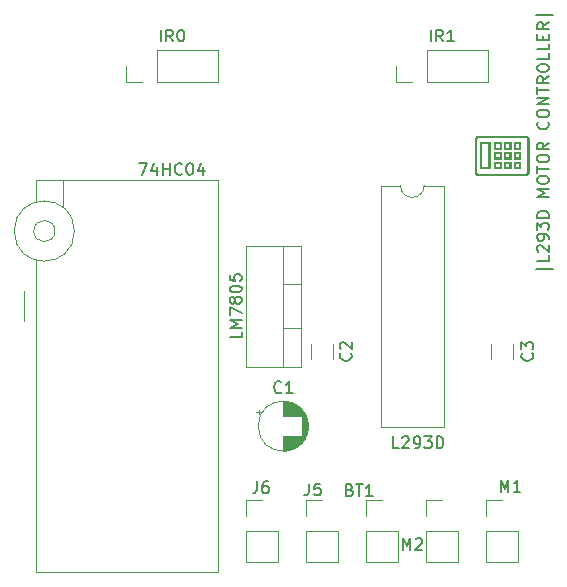
<source format=gto>
G04 #@! TF.GenerationSoftware,KiCad,Pcbnew,7.0.7*
G04 #@! TF.CreationDate,2023-08-28T09:14:14+02:00*
G04 #@! TF.ProjectId,l293d-motor-controller,6c323933-642d-46d6-9f74-6f722d636f6e,rev?*
G04 #@! TF.SameCoordinates,Original*
G04 #@! TF.FileFunction,Legend,Top*
G04 #@! TF.FilePolarity,Positive*
%FSLAX46Y46*%
G04 Gerber Fmt 4.6, Leading zero omitted, Abs format (unit mm)*
G04 Created by KiCad (PCBNEW 7.0.7) date 2023-08-28 09:14:14*
%MOMM*%
%LPD*%
G01*
G04 APERTURE LIST*
%ADD10C,0.150000*%
%ADD11C,0.120000*%
%ADD12R,1.700000X1.700000*%
%ADD13O,1.700000X1.700000*%
%ADD14R,1.600000X1.600000*%
%ADD15O,1.600000X1.600000*%
%ADD16R,2.000000X1.905000*%
%ADD17O,2.000000X1.905000*%
%ADD18R,2.000000X1.440000*%
%ADD19O,2.000000X1.440000*%
%ADD20C,1.600000*%
%ADD21R,1.200000X1.200000*%
%ADD22C,1.200000*%
G04 APERTURE END LIST*
D10*
X138903152Y-118805125D02*
X137474580Y-118805125D01*
X138569819Y-117614649D02*
X138569819Y-118090839D01*
X138569819Y-118090839D02*
X137569819Y-118090839D01*
X137665057Y-117328934D02*
X137617438Y-117281315D01*
X137617438Y-117281315D02*
X137569819Y-117186077D01*
X137569819Y-117186077D02*
X137569819Y-116947982D01*
X137569819Y-116947982D02*
X137617438Y-116852744D01*
X137617438Y-116852744D02*
X137665057Y-116805125D01*
X137665057Y-116805125D02*
X137760295Y-116757506D01*
X137760295Y-116757506D02*
X137855533Y-116757506D01*
X137855533Y-116757506D02*
X137998390Y-116805125D01*
X137998390Y-116805125D02*
X138569819Y-117376553D01*
X138569819Y-117376553D02*
X138569819Y-116757506D01*
X138569819Y-116281315D02*
X138569819Y-116090839D01*
X138569819Y-116090839D02*
X138522200Y-115995601D01*
X138522200Y-115995601D02*
X138474580Y-115947982D01*
X138474580Y-115947982D02*
X138331723Y-115852744D01*
X138331723Y-115852744D02*
X138141247Y-115805125D01*
X138141247Y-115805125D02*
X137760295Y-115805125D01*
X137760295Y-115805125D02*
X137665057Y-115852744D01*
X137665057Y-115852744D02*
X137617438Y-115900363D01*
X137617438Y-115900363D02*
X137569819Y-115995601D01*
X137569819Y-115995601D02*
X137569819Y-116186077D01*
X137569819Y-116186077D02*
X137617438Y-116281315D01*
X137617438Y-116281315D02*
X137665057Y-116328934D01*
X137665057Y-116328934D02*
X137760295Y-116376553D01*
X137760295Y-116376553D02*
X137998390Y-116376553D01*
X137998390Y-116376553D02*
X138093628Y-116328934D01*
X138093628Y-116328934D02*
X138141247Y-116281315D01*
X138141247Y-116281315D02*
X138188866Y-116186077D01*
X138188866Y-116186077D02*
X138188866Y-115995601D01*
X138188866Y-115995601D02*
X138141247Y-115900363D01*
X138141247Y-115900363D02*
X138093628Y-115852744D01*
X138093628Y-115852744D02*
X137998390Y-115805125D01*
X137569819Y-115471791D02*
X137569819Y-114852744D01*
X137569819Y-114852744D02*
X137950771Y-115186077D01*
X137950771Y-115186077D02*
X137950771Y-115043220D01*
X137950771Y-115043220D02*
X137998390Y-114947982D01*
X137998390Y-114947982D02*
X138046009Y-114900363D01*
X138046009Y-114900363D02*
X138141247Y-114852744D01*
X138141247Y-114852744D02*
X138379342Y-114852744D01*
X138379342Y-114852744D02*
X138474580Y-114900363D01*
X138474580Y-114900363D02*
X138522200Y-114947982D01*
X138522200Y-114947982D02*
X138569819Y-115043220D01*
X138569819Y-115043220D02*
X138569819Y-115328934D01*
X138569819Y-115328934D02*
X138522200Y-115424172D01*
X138522200Y-115424172D02*
X138474580Y-115471791D01*
X138569819Y-114424172D02*
X137569819Y-114424172D01*
X137569819Y-114424172D02*
X137569819Y-114186077D01*
X137569819Y-114186077D02*
X137617438Y-114043220D01*
X137617438Y-114043220D02*
X137712676Y-113947982D01*
X137712676Y-113947982D02*
X137807914Y-113900363D01*
X137807914Y-113900363D02*
X137998390Y-113852744D01*
X137998390Y-113852744D02*
X138141247Y-113852744D01*
X138141247Y-113852744D02*
X138331723Y-113900363D01*
X138331723Y-113900363D02*
X138426961Y-113947982D01*
X138426961Y-113947982D02*
X138522200Y-114043220D01*
X138522200Y-114043220D02*
X138569819Y-114186077D01*
X138569819Y-114186077D02*
X138569819Y-114424172D01*
X138569819Y-112662267D02*
X137569819Y-112662267D01*
X137569819Y-112662267D02*
X138284104Y-112328934D01*
X138284104Y-112328934D02*
X137569819Y-111995601D01*
X137569819Y-111995601D02*
X138569819Y-111995601D01*
X137569819Y-111328934D02*
X137569819Y-111138458D01*
X137569819Y-111138458D02*
X137617438Y-111043220D01*
X137617438Y-111043220D02*
X137712676Y-110947982D01*
X137712676Y-110947982D02*
X137903152Y-110900363D01*
X137903152Y-110900363D02*
X138236485Y-110900363D01*
X138236485Y-110900363D02*
X138426961Y-110947982D01*
X138426961Y-110947982D02*
X138522200Y-111043220D01*
X138522200Y-111043220D02*
X138569819Y-111138458D01*
X138569819Y-111138458D02*
X138569819Y-111328934D01*
X138569819Y-111328934D02*
X138522200Y-111424172D01*
X138522200Y-111424172D02*
X138426961Y-111519410D01*
X138426961Y-111519410D02*
X138236485Y-111567029D01*
X138236485Y-111567029D02*
X137903152Y-111567029D01*
X137903152Y-111567029D02*
X137712676Y-111519410D01*
X137712676Y-111519410D02*
X137617438Y-111424172D01*
X137617438Y-111424172D02*
X137569819Y-111328934D01*
X137569819Y-110614648D02*
X137569819Y-110043220D01*
X138569819Y-110328934D02*
X137569819Y-110328934D01*
X137569819Y-109519410D02*
X137569819Y-109328934D01*
X137569819Y-109328934D02*
X137617438Y-109233696D01*
X137617438Y-109233696D02*
X137712676Y-109138458D01*
X137712676Y-109138458D02*
X137903152Y-109090839D01*
X137903152Y-109090839D02*
X138236485Y-109090839D01*
X138236485Y-109090839D02*
X138426961Y-109138458D01*
X138426961Y-109138458D02*
X138522200Y-109233696D01*
X138522200Y-109233696D02*
X138569819Y-109328934D01*
X138569819Y-109328934D02*
X138569819Y-109519410D01*
X138569819Y-109519410D02*
X138522200Y-109614648D01*
X138522200Y-109614648D02*
X138426961Y-109709886D01*
X138426961Y-109709886D02*
X138236485Y-109757505D01*
X138236485Y-109757505D02*
X137903152Y-109757505D01*
X137903152Y-109757505D02*
X137712676Y-109709886D01*
X137712676Y-109709886D02*
X137617438Y-109614648D01*
X137617438Y-109614648D02*
X137569819Y-109519410D01*
X138569819Y-108090839D02*
X138093628Y-108424172D01*
X138569819Y-108662267D02*
X137569819Y-108662267D01*
X137569819Y-108662267D02*
X137569819Y-108281315D01*
X137569819Y-108281315D02*
X137617438Y-108186077D01*
X137617438Y-108186077D02*
X137665057Y-108138458D01*
X137665057Y-108138458D02*
X137760295Y-108090839D01*
X137760295Y-108090839D02*
X137903152Y-108090839D01*
X137903152Y-108090839D02*
X137998390Y-108138458D01*
X137998390Y-108138458D02*
X138046009Y-108186077D01*
X138046009Y-108186077D02*
X138093628Y-108281315D01*
X138093628Y-108281315D02*
X138093628Y-108662267D01*
X138474580Y-106328934D02*
X138522200Y-106376553D01*
X138522200Y-106376553D02*
X138569819Y-106519410D01*
X138569819Y-106519410D02*
X138569819Y-106614648D01*
X138569819Y-106614648D02*
X138522200Y-106757505D01*
X138522200Y-106757505D02*
X138426961Y-106852743D01*
X138426961Y-106852743D02*
X138331723Y-106900362D01*
X138331723Y-106900362D02*
X138141247Y-106947981D01*
X138141247Y-106947981D02*
X137998390Y-106947981D01*
X137998390Y-106947981D02*
X137807914Y-106900362D01*
X137807914Y-106900362D02*
X137712676Y-106852743D01*
X137712676Y-106852743D02*
X137617438Y-106757505D01*
X137617438Y-106757505D02*
X137569819Y-106614648D01*
X137569819Y-106614648D02*
X137569819Y-106519410D01*
X137569819Y-106519410D02*
X137617438Y-106376553D01*
X137617438Y-106376553D02*
X137665057Y-106328934D01*
X137569819Y-105709886D02*
X137569819Y-105519410D01*
X137569819Y-105519410D02*
X137617438Y-105424172D01*
X137617438Y-105424172D02*
X137712676Y-105328934D01*
X137712676Y-105328934D02*
X137903152Y-105281315D01*
X137903152Y-105281315D02*
X138236485Y-105281315D01*
X138236485Y-105281315D02*
X138426961Y-105328934D01*
X138426961Y-105328934D02*
X138522200Y-105424172D01*
X138522200Y-105424172D02*
X138569819Y-105519410D01*
X138569819Y-105519410D02*
X138569819Y-105709886D01*
X138569819Y-105709886D02*
X138522200Y-105805124D01*
X138522200Y-105805124D02*
X138426961Y-105900362D01*
X138426961Y-105900362D02*
X138236485Y-105947981D01*
X138236485Y-105947981D02*
X137903152Y-105947981D01*
X137903152Y-105947981D02*
X137712676Y-105900362D01*
X137712676Y-105900362D02*
X137617438Y-105805124D01*
X137617438Y-105805124D02*
X137569819Y-105709886D01*
X138569819Y-104852743D02*
X137569819Y-104852743D01*
X137569819Y-104852743D02*
X138569819Y-104281315D01*
X138569819Y-104281315D02*
X137569819Y-104281315D01*
X137569819Y-103947981D02*
X137569819Y-103376553D01*
X138569819Y-103662267D02*
X137569819Y-103662267D01*
X138569819Y-102471791D02*
X138093628Y-102805124D01*
X138569819Y-103043219D02*
X137569819Y-103043219D01*
X137569819Y-103043219D02*
X137569819Y-102662267D01*
X137569819Y-102662267D02*
X137617438Y-102567029D01*
X137617438Y-102567029D02*
X137665057Y-102519410D01*
X137665057Y-102519410D02*
X137760295Y-102471791D01*
X137760295Y-102471791D02*
X137903152Y-102471791D01*
X137903152Y-102471791D02*
X137998390Y-102519410D01*
X137998390Y-102519410D02*
X138046009Y-102567029D01*
X138046009Y-102567029D02*
X138093628Y-102662267D01*
X138093628Y-102662267D02*
X138093628Y-103043219D01*
X137569819Y-101852743D02*
X137569819Y-101662267D01*
X137569819Y-101662267D02*
X137617438Y-101567029D01*
X137617438Y-101567029D02*
X137712676Y-101471791D01*
X137712676Y-101471791D02*
X137903152Y-101424172D01*
X137903152Y-101424172D02*
X138236485Y-101424172D01*
X138236485Y-101424172D02*
X138426961Y-101471791D01*
X138426961Y-101471791D02*
X138522200Y-101567029D01*
X138522200Y-101567029D02*
X138569819Y-101662267D01*
X138569819Y-101662267D02*
X138569819Y-101852743D01*
X138569819Y-101852743D02*
X138522200Y-101947981D01*
X138522200Y-101947981D02*
X138426961Y-102043219D01*
X138426961Y-102043219D02*
X138236485Y-102090838D01*
X138236485Y-102090838D02*
X137903152Y-102090838D01*
X137903152Y-102090838D02*
X137712676Y-102043219D01*
X137712676Y-102043219D02*
X137617438Y-101947981D01*
X137617438Y-101947981D02*
X137569819Y-101852743D01*
X138569819Y-100519410D02*
X138569819Y-100995600D01*
X138569819Y-100995600D02*
X137569819Y-100995600D01*
X138569819Y-99709886D02*
X138569819Y-100186076D01*
X138569819Y-100186076D02*
X137569819Y-100186076D01*
X138046009Y-99376552D02*
X138046009Y-99043219D01*
X138569819Y-98900362D02*
X138569819Y-99376552D01*
X138569819Y-99376552D02*
X137569819Y-99376552D01*
X137569819Y-99376552D02*
X137569819Y-98900362D01*
X138569819Y-97900362D02*
X138093628Y-98233695D01*
X138569819Y-98471790D02*
X137569819Y-98471790D01*
X137569819Y-98471790D02*
X137569819Y-98090838D01*
X137569819Y-98090838D02*
X137617438Y-97995600D01*
X137617438Y-97995600D02*
X137665057Y-97947981D01*
X137665057Y-97947981D02*
X137760295Y-97900362D01*
X137760295Y-97900362D02*
X137903152Y-97900362D01*
X137903152Y-97900362D02*
X137998390Y-97947981D01*
X137998390Y-97947981D02*
X138046009Y-97995600D01*
X138046009Y-97995600D02*
X138093628Y-98090838D01*
X138093628Y-98090838D02*
X138093628Y-98471790D01*
X138903152Y-97233695D02*
X137474580Y-97233695D01*
X128563810Y-99514819D02*
X128563810Y-98514819D01*
X129611428Y-99514819D02*
X129278095Y-99038628D01*
X129040000Y-99514819D02*
X129040000Y-98514819D01*
X129040000Y-98514819D02*
X129420952Y-98514819D01*
X129420952Y-98514819D02*
X129516190Y-98562438D01*
X129516190Y-98562438D02*
X129563809Y-98610057D01*
X129563809Y-98610057D02*
X129611428Y-98705295D01*
X129611428Y-98705295D02*
X129611428Y-98848152D01*
X129611428Y-98848152D02*
X129563809Y-98943390D01*
X129563809Y-98943390D02*
X129516190Y-98991009D01*
X129516190Y-98991009D02*
X129420952Y-99038628D01*
X129420952Y-99038628D02*
X129040000Y-99038628D01*
X130563809Y-99514819D02*
X129992381Y-99514819D01*
X130278095Y-99514819D02*
X130278095Y-98514819D01*
X130278095Y-98514819D02*
X130182857Y-98657676D01*
X130182857Y-98657676D02*
X130087619Y-98752914D01*
X130087619Y-98752914D02*
X129992381Y-98800533D01*
X125880952Y-133954819D02*
X125404762Y-133954819D01*
X125404762Y-133954819D02*
X125404762Y-132954819D01*
X126166667Y-133050057D02*
X126214286Y-133002438D01*
X126214286Y-133002438D02*
X126309524Y-132954819D01*
X126309524Y-132954819D02*
X126547619Y-132954819D01*
X126547619Y-132954819D02*
X126642857Y-133002438D01*
X126642857Y-133002438D02*
X126690476Y-133050057D01*
X126690476Y-133050057D02*
X126738095Y-133145295D01*
X126738095Y-133145295D02*
X126738095Y-133240533D01*
X126738095Y-133240533D02*
X126690476Y-133383390D01*
X126690476Y-133383390D02*
X126119048Y-133954819D01*
X126119048Y-133954819D02*
X126738095Y-133954819D01*
X127214286Y-133954819D02*
X127404762Y-133954819D01*
X127404762Y-133954819D02*
X127500000Y-133907200D01*
X127500000Y-133907200D02*
X127547619Y-133859580D01*
X127547619Y-133859580D02*
X127642857Y-133716723D01*
X127642857Y-133716723D02*
X127690476Y-133526247D01*
X127690476Y-133526247D02*
X127690476Y-133145295D01*
X127690476Y-133145295D02*
X127642857Y-133050057D01*
X127642857Y-133050057D02*
X127595238Y-133002438D01*
X127595238Y-133002438D02*
X127500000Y-132954819D01*
X127500000Y-132954819D02*
X127309524Y-132954819D01*
X127309524Y-132954819D02*
X127214286Y-133002438D01*
X127214286Y-133002438D02*
X127166667Y-133050057D01*
X127166667Y-133050057D02*
X127119048Y-133145295D01*
X127119048Y-133145295D02*
X127119048Y-133383390D01*
X127119048Y-133383390D02*
X127166667Y-133478628D01*
X127166667Y-133478628D02*
X127214286Y-133526247D01*
X127214286Y-133526247D02*
X127309524Y-133573866D01*
X127309524Y-133573866D02*
X127500000Y-133573866D01*
X127500000Y-133573866D02*
X127595238Y-133526247D01*
X127595238Y-133526247D02*
X127642857Y-133478628D01*
X127642857Y-133478628D02*
X127690476Y-133383390D01*
X128023810Y-132954819D02*
X128642857Y-132954819D01*
X128642857Y-132954819D02*
X128309524Y-133335771D01*
X128309524Y-133335771D02*
X128452381Y-133335771D01*
X128452381Y-133335771D02*
X128547619Y-133383390D01*
X128547619Y-133383390D02*
X128595238Y-133431009D01*
X128595238Y-133431009D02*
X128642857Y-133526247D01*
X128642857Y-133526247D02*
X128642857Y-133764342D01*
X128642857Y-133764342D02*
X128595238Y-133859580D01*
X128595238Y-133859580D02*
X128547619Y-133907200D01*
X128547619Y-133907200D02*
X128452381Y-133954819D01*
X128452381Y-133954819D02*
X128166667Y-133954819D01*
X128166667Y-133954819D02*
X128071429Y-133907200D01*
X128071429Y-133907200D02*
X128023810Y-133859580D01*
X129071429Y-133954819D02*
X129071429Y-132954819D01*
X129071429Y-132954819D02*
X129309524Y-132954819D01*
X129309524Y-132954819D02*
X129452381Y-133002438D01*
X129452381Y-133002438D02*
X129547619Y-133097676D01*
X129547619Y-133097676D02*
X129595238Y-133192914D01*
X129595238Y-133192914D02*
X129642857Y-133383390D01*
X129642857Y-133383390D02*
X129642857Y-133526247D01*
X129642857Y-133526247D02*
X129595238Y-133716723D01*
X129595238Y-133716723D02*
X129547619Y-133811961D01*
X129547619Y-133811961D02*
X129452381Y-133907200D01*
X129452381Y-133907200D02*
X129309524Y-133954819D01*
X129309524Y-133954819D02*
X129071429Y-133954819D01*
X126190476Y-142554819D02*
X126190476Y-141554819D01*
X126190476Y-141554819D02*
X126523809Y-142269104D01*
X126523809Y-142269104D02*
X126857142Y-141554819D01*
X126857142Y-141554819D02*
X126857142Y-142554819D01*
X127285714Y-141650057D02*
X127333333Y-141602438D01*
X127333333Y-141602438D02*
X127428571Y-141554819D01*
X127428571Y-141554819D02*
X127666666Y-141554819D01*
X127666666Y-141554819D02*
X127761904Y-141602438D01*
X127761904Y-141602438D02*
X127809523Y-141650057D01*
X127809523Y-141650057D02*
X127857142Y-141745295D01*
X127857142Y-141745295D02*
X127857142Y-141840533D01*
X127857142Y-141840533D02*
X127809523Y-141983390D01*
X127809523Y-141983390D02*
X127238095Y-142554819D01*
X127238095Y-142554819D02*
X127857142Y-142554819D01*
X121714285Y-137501009D02*
X121857142Y-137548628D01*
X121857142Y-137548628D02*
X121904761Y-137596247D01*
X121904761Y-137596247D02*
X121952380Y-137691485D01*
X121952380Y-137691485D02*
X121952380Y-137834342D01*
X121952380Y-137834342D02*
X121904761Y-137929580D01*
X121904761Y-137929580D02*
X121857142Y-137977200D01*
X121857142Y-137977200D02*
X121761904Y-138024819D01*
X121761904Y-138024819D02*
X121380952Y-138024819D01*
X121380952Y-138024819D02*
X121380952Y-137024819D01*
X121380952Y-137024819D02*
X121714285Y-137024819D01*
X121714285Y-137024819D02*
X121809523Y-137072438D01*
X121809523Y-137072438D02*
X121857142Y-137120057D01*
X121857142Y-137120057D02*
X121904761Y-137215295D01*
X121904761Y-137215295D02*
X121904761Y-137310533D01*
X121904761Y-137310533D02*
X121857142Y-137405771D01*
X121857142Y-137405771D02*
X121809523Y-137453390D01*
X121809523Y-137453390D02*
X121714285Y-137501009D01*
X121714285Y-137501009D02*
X121380952Y-137501009D01*
X122238095Y-137024819D02*
X122809523Y-137024819D01*
X122523809Y-138024819D02*
X122523809Y-137024819D01*
X123666666Y-138024819D02*
X123095238Y-138024819D01*
X123380952Y-138024819D02*
X123380952Y-137024819D01*
X123380952Y-137024819D02*
X123285714Y-137167676D01*
X123285714Y-137167676D02*
X123190476Y-137262914D01*
X123190476Y-137262914D02*
X123095238Y-137310533D01*
X134490476Y-137654819D02*
X134490476Y-136654819D01*
X134490476Y-136654819D02*
X134823809Y-137369104D01*
X134823809Y-137369104D02*
X135157142Y-136654819D01*
X135157142Y-136654819D02*
X135157142Y-137654819D01*
X136157142Y-137654819D02*
X135585714Y-137654819D01*
X135871428Y-137654819D02*
X135871428Y-136654819D01*
X135871428Y-136654819D02*
X135776190Y-136797676D01*
X135776190Y-136797676D02*
X135680952Y-136892914D01*
X135680952Y-136892914D02*
X135585714Y-136940533D01*
X112554819Y-124086666D02*
X112554819Y-124562856D01*
X112554819Y-124562856D02*
X111554819Y-124562856D01*
X112554819Y-123753332D02*
X111554819Y-123753332D01*
X111554819Y-123753332D02*
X112269104Y-123419999D01*
X112269104Y-123419999D02*
X111554819Y-123086666D01*
X111554819Y-123086666D02*
X112554819Y-123086666D01*
X111554819Y-122705713D02*
X111554819Y-122039047D01*
X111554819Y-122039047D02*
X112554819Y-122467618D01*
X111983390Y-121515237D02*
X111935771Y-121610475D01*
X111935771Y-121610475D02*
X111888152Y-121658094D01*
X111888152Y-121658094D02*
X111792914Y-121705713D01*
X111792914Y-121705713D02*
X111745295Y-121705713D01*
X111745295Y-121705713D02*
X111650057Y-121658094D01*
X111650057Y-121658094D02*
X111602438Y-121610475D01*
X111602438Y-121610475D02*
X111554819Y-121515237D01*
X111554819Y-121515237D02*
X111554819Y-121324761D01*
X111554819Y-121324761D02*
X111602438Y-121229523D01*
X111602438Y-121229523D02*
X111650057Y-121181904D01*
X111650057Y-121181904D02*
X111745295Y-121134285D01*
X111745295Y-121134285D02*
X111792914Y-121134285D01*
X111792914Y-121134285D02*
X111888152Y-121181904D01*
X111888152Y-121181904D02*
X111935771Y-121229523D01*
X111935771Y-121229523D02*
X111983390Y-121324761D01*
X111983390Y-121324761D02*
X111983390Y-121515237D01*
X111983390Y-121515237D02*
X112031009Y-121610475D01*
X112031009Y-121610475D02*
X112078628Y-121658094D01*
X112078628Y-121658094D02*
X112173866Y-121705713D01*
X112173866Y-121705713D02*
X112364342Y-121705713D01*
X112364342Y-121705713D02*
X112459580Y-121658094D01*
X112459580Y-121658094D02*
X112507200Y-121610475D01*
X112507200Y-121610475D02*
X112554819Y-121515237D01*
X112554819Y-121515237D02*
X112554819Y-121324761D01*
X112554819Y-121324761D02*
X112507200Y-121229523D01*
X112507200Y-121229523D02*
X112459580Y-121181904D01*
X112459580Y-121181904D02*
X112364342Y-121134285D01*
X112364342Y-121134285D02*
X112173866Y-121134285D01*
X112173866Y-121134285D02*
X112078628Y-121181904D01*
X112078628Y-121181904D02*
X112031009Y-121229523D01*
X112031009Y-121229523D02*
X111983390Y-121324761D01*
X111554819Y-120515237D02*
X111554819Y-120419999D01*
X111554819Y-120419999D02*
X111602438Y-120324761D01*
X111602438Y-120324761D02*
X111650057Y-120277142D01*
X111650057Y-120277142D02*
X111745295Y-120229523D01*
X111745295Y-120229523D02*
X111935771Y-120181904D01*
X111935771Y-120181904D02*
X112173866Y-120181904D01*
X112173866Y-120181904D02*
X112364342Y-120229523D01*
X112364342Y-120229523D02*
X112459580Y-120277142D01*
X112459580Y-120277142D02*
X112507200Y-120324761D01*
X112507200Y-120324761D02*
X112554819Y-120419999D01*
X112554819Y-120419999D02*
X112554819Y-120515237D01*
X112554819Y-120515237D02*
X112507200Y-120610475D01*
X112507200Y-120610475D02*
X112459580Y-120658094D01*
X112459580Y-120658094D02*
X112364342Y-120705713D01*
X112364342Y-120705713D02*
X112173866Y-120753332D01*
X112173866Y-120753332D02*
X111935771Y-120753332D01*
X111935771Y-120753332D02*
X111745295Y-120705713D01*
X111745295Y-120705713D02*
X111650057Y-120658094D01*
X111650057Y-120658094D02*
X111602438Y-120610475D01*
X111602438Y-120610475D02*
X111554819Y-120515237D01*
X111554819Y-119277142D02*
X111554819Y-119753332D01*
X111554819Y-119753332D02*
X112031009Y-119800951D01*
X112031009Y-119800951D02*
X111983390Y-119753332D01*
X111983390Y-119753332D02*
X111935771Y-119658094D01*
X111935771Y-119658094D02*
X111935771Y-119419999D01*
X111935771Y-119419999D02*
X111983390Y-119324761D01*
X111983390Y-119324761D02*
X112031009Y-119277142D01*
X112031009Y-119277142D02*
X112126247Y-119229523D01*
X112126247Y-119229523D02*
X112364342Y-119229523D01*
X112364342Y-119229523D02*
X112459580Y-119277142D01*
X112459580Y-119277142D02*
X112507200Y-119324761D01*
X112507200Y-119324761D02*
X112554819Y-119419999D01*
X112554819Y-119419999D02*
X112554819Y-119658094D01*
X112554819Y-119658094D02*
X112507200Y-119753332D01*
X112507200Y-119753332D02*
X112459580Y-119800951D01*
X103894286Y-109814819D02*
X104560952Y-109814819D01*
X104560952Y-109814819D02*
X104132381Y-110814819D01*
X105370476Y-110148152D02*
X105370476Y-110814819D01*
X105132381Y-109767200D02*
X104894286Y-110481485D01*
X104894286Y-110481485D02*
X105513333Y-110481485D01*
X105894286Y-110814819D02*
X105894286Y-109814819D01*
X105894286Y-110291009D02*
X106465714Y-110291009D01*
X106465714Y-110814819D02*
X106465714Y-109814819D01*
X107513333Y-110719580D02*
X107465714Y-110767200D01*
X107465714Y-110767200D02*
X107322857Y-110814819D01*
X107322857Y-110814819D02*
X107227619Y-110814819D01*
X107227619Y-110814819D02*
X107084762Y-110767200D01*
X107084762Y-110767200D02*
X106989524Y-110671961D01*
X106989524Y-110671961D02*
X106941905Y-110576723D01*
X106941905Y-110576723D02*
X106894286Y-110386247D01*
X106894286Y-110386247D02*
X106894286Y-110243390D01*
X106894286Y-110243390D02*
X106941905Y-110052914D01*
X106941905Y-110052914D02*
X106989524Y-109957676D01*
X106989524Y-109957676D02*
X107084762Y-109862438D01*
X107084762Y-109862438D02*
X107227619Y-109814819D01*
X107227619Y-109814819D02*
X107322857Y-109814819D01*
X107322857Y-109814819D02*
X107465714Y-109862438D01*
X107465714Y-109862438D02*
X107513333Y-109910057D01*
X108132381Y-109814819D02*
X108227619Y-109814819D01*
X108227619Y-109814819D02*
X108322857Y-109862438D01*
X108322857Y-109862438D02*
X108370476Y-109910057D01*
X108370476Y-109910057D02*
X108418095Y-110005295D01*
X108418095Y-110005295D02*
X108465714Y-110195771D01*
X108465714Y-110195771D02*
X108465714Y-110433866D01*
X108465714Y-110433866D02*
X108418095Y-110624342D01*
X108418095Y-110624342D02*
X108370476Y-110719580D01*
X108370476Y-110719580D02*
X108322857Y-110767200D01*
X108322857Y-110767200D02*
X108227619Y-110814819D01*
X108227619Y-110814819D02*
X108132381Y-110814819D01*
X108132381Y-110814819D02*
X108037143Y-110767200D01*
X108037143Y-110767200D02*
X107989524Y-110719580D01*
X107989524Y-110719580D02*
X107941905Y-110624342D01*
X107941905Y-110624342D02*
X107894286Y-110433866D01*
X107894286Y-110433866D02*
X107894286Y-110195771D01*
X107894286Y-110195771D02*
X107941905Y-110005295D01*
X107941905Y-110005295D02*
X107989524Y-109910057D01*
X107989524Y-109910057D02*
X108037143Y-109862438D01*
X108037143Y-109862438D02*
X108132381Y-109814819D01*
X109322857Y-110148152D02*
X109322857Y-110814819D01*
X109084762Y-109767200D02*
X108846667Y-110481485D01*
X108846667Y-110481485D02*
X109465714Y-110481485D01*
X121789580Y-125916666D02*
X121837200Y-125964285D01*
X121837200Y-125964285D02*
X121884819Y-126107142D01*
X121884819Y-126107142D02*
X121884819Y-126202380D01*
X121884819Y-126202380D02*
X121837200Y-126345237D01*
X121837200Y-126345237D02*
X121741961Y-126440475D01*
X121741961Y-126440475D02*
X121646723Y-126488094D01*
X121646723Y-126488094D02*
X121456247Y-126535713D01*
X121456247Y-126535713D02*
X121313390Y-126535713D01*
X121313390Y-126535713D02*
X121122914Y-126488094D01*
X121122914Y-126488094D02*
X121027676Y-126440475D01*
X121027676Y-126440475D02*
X120932438Y-126345237D01*
X120932438Y-126345237D02*
X120884819Y-126202380D01*
X120884819Y-126202380D02*
X120884819Y-126107142D01*
X120884819Y-126107142D02*
X120932438Y-125964285D01*
X120932438Y-125964285D02*
X120980057Y-125916666D01*
X120980057Y-125535713D02*
X120932438Y-125488094D01*
X120932438Y-125488094D02*
X120884819Y-125392856D01*
X120884819Y-125392856D02*
X120884819Y-125154761D01*
X120884819Y-125154761D02*
X120932438Y-125059523D01*
X120932438Y-125059523D02*
X120980057Y-125011904D01*
X120980057Y-125011904D02*
X121075295Y-124964285D01*
X121075295Y-124964285D02*
X121170533Y-124964285D01*
X121170533Y-124964285D02*
X121313390Y-125011904D01*
X121313390Y-125011904D02*
X121884819Y-125583332D01*
X121884819Y-125583332D02*
X121884819Y-124964285D01*
X113866666Y-136754819D02*
X113866666Y-137469104D01*
X113866666Y-137469104D02*
X113819047Y-137611961D01*
X113819047Y-137611961D02*
X113723809Y-137707200D01*
X113723809Y-137707200D02*
X113580952Y-137754819D01*
X113580952Y-137754819D02*
X113485714Y-137754819D01*
X114771428Y-136754819D02*
X114580952Y-136754819D01*
X114580952Y-136754819D02*
X114485714Y-136802438D01*
X114485714Y-136802438D02*
X114438095Y-136850057D01*
X114438095Y-136850057D02*
X114342857Y-136992914D01*
X114342857Y-136992914D02*
X114295238Y-137183390D01*
X114295238Y-137183390D02*
X114295238Y-137564342D01*
X114295238Y-137564342D02*
X114342857Y-137659580D01*
X114342857Y-137659580D02*
X114390476Y-137707200D01*
X114390476Y-137707200D02*
X114485714Y-137754819D01*
X114485714Y-137754819D02*
X114676190Y-137754819D01*
X114676190Y-137754819D02*
X114771428Y-137707200D01*
X114771428Y-137707200D02*
X114819047Y-137659580D01*
X114819047Y-137659580D02*
X114866666Y-137564342D01*
X114866666Y-137564342D02*
X114866666Y-137326247D01*
X114866666Y-137326247D02*
X114819047Y-137231009D01*
X114819047Y-137231009D02*
X114771428Y-137183390D01*
X114771428Y-137183390D02*
X114676190Y-137135771D01*
X114676190Y-137135771D02*
X114485714Y-137135771D01*
X114485714Y-137135771D02*
X114390476Y-137183390D01*
X114390476Y-137183390D02*
X114342857Y-137231009D01*
X114342857Y-137231009D02*
X114295238Y-137326247D01*
X105703810Y-99514819D02*
X105703810Y-98514819D01*
X106751428Y-99514819D02*
X106418095Y-99038628D01*
X106180000Y-99514819D02*
X106180000Y-98514819D01*
X106180000Y-98514819D02*
X106560952Y-98514819D01*
X106560952Y-98514819D02*
X106656190Y-98562438D01*
X106656190Y-98562438D02*
X106703809Y-98610057D01*
X106703809Y-98610057D02*
X106751428Y-98705295D01*
X106751428Y-98705295D02*
X106751428Y-98848152D01*
X106751428Y-98848152D02*
X106703809Y-98943390D01*
X106703809Y-98943390D02*
X106656190Y-98991009D01*
X106656190Y-98991009D02*
X106560952Y-99038628D01*
X106560952Y-99038628D02*
X106180000Y-99038628D01*
X107370476Y-98514819D02*
X107465714Y-98514819D01*
X107465714Y-98514819D02*
X107560952Y-98562438D01*
X107560952Y-98562438D02*
X107608571Y-98610057D01*
X107608571Y-98610057D02*
X107656190Y-98705295D01*
X107656190Y-98705295D02*
X107703809Y-98895771D01*
X107703809Y-98895771D02*
X107703809Y-99133866D01*
X107703809Y-99133866D02*
X107656190Y-99324342D01*
X107656190Y-99324342D02*
X107608571Y-99419580D01*
X107608571Y-99419580D02*
X107560952Y-99467200D01*
X107560952Y-99467200D02*
X107465714Y-99514819D01*
X107465714Y-99514819D02*
X107370476Y-99514819D01*
X107370476Y-99514819D02*
X107275238Y-99467200D01*
X107275238Y-99467200D02*
X107227619Y-99419580D01*
X107227619Y-99419580D02*
X107180000Y-99324342D01*
X107180000Y-99324342D02*
X107132381Y-99133866D01*
X107132381Y-99133866D02*
X107132381Y-98895771D01*
X107132381Y-98895771D02*
X107180000Y-98705295D01*
X107180000Y-98705295D02*
X107227619Y-98610057D01*
X107227619Y-98610057D02*
X107275238Y-98562438D01*
X107275238Y-98562438D02*
X107370476Y-98514819D01*
X115923333Y-129189580D02*
X115875714Y-129237200D01*
X115875714Y-129237200D02*
X115732857Y-129284819D01*
X115732857Y-129284819D02*
X115637619Y-129284819D01*
X115637619Y-129284819D02*
X115494762Y-129237200D01*
X115494762Y-129237200D02*
X115399524Y-129141961D01*
X115399524Y-129141961D02*
X115351905Y-129046723D01*
X115351905Y-129046723D02*
X115304286Y-128856247D01*
X115304286Y-128856247D02*
X115304286Y-128713390D01*
X115304286Y-128713390D02*
X115351905Y-128522914D01*
X115351905Y-128522914D02*
X115399524Y-128427676D01*
X115399524Y-128427676D02*
X115494762Y-128332438D01*
X115494762Y-128332438D02*
X115637619Y-128284819D01*
X115637619Y-128284819D02*
X115732857Y-128284819D01*
X115732857Y-128284819D02*
X115875714Y-128332438D01*
X115875714Y-128332438D02*
X115923333Y-128380057D01*
X116875714Y-129284819D02*
X116304286Y-129284819D01*
X116590000Y-129284819D02*
X116590000Y-128284819D01*
X116590000Y-128284819D02*
X116494762Y-128427676D01*
X116494762Y-128427676D02*
X116399524Y-128522914D01*
X116399524Y-128522914D02*
X116304286Y-128570533D01*
X137159580Y-125916666D02*
X137207200Y-125964285D01*
X137207200Y-125964285D02*
X137254819Y-126107142D01*
X137254819Y-126107142D02*
X137254819Y-126202380D01*
X137254819Y-126202380D02*
X137207200Y-126345237D01*
X137207200Y-126345237D02*
X137111961Y-126440475D01*
X137111961Y-126440475D02*
X137016723Y-126488094D01*
X137016723Y-126488094D02*
X136826247Y-126535713D01*
X136826247Y-126535713D02*
X136683390Y-126535713D01*
X136683390Y-126535713D02*
X136492914Y-126488094D01*
X136492914Y-126488094D02*
X136397676Y-126440475D01*
X136397676Y-126440475D02*
X136302438Y-126345237D01*
X136302438Y-126345237D02*
X136254819Y-126202380D01*
X136254819Y-126202380D02*
X136254819Y-126107142D01*
X136254819Y-126107142D02*
X136302438Y-125964285D01*
X136302438Y-125964285D02*
X136350057Y-125916666D01*
X136254819Y-125583332D02*
X136254819Y-124964285D01*
X136254819Y-124964285D02*
X136635771Y-125297618D01*
X136635771Y-125297618D02*
X136635771Y-125154761D01*
X136635771Y-125154761D02*
X136683390Y-125059523D01*
X136683390Y-125059523D02*
X136731009Y-125011904D01*
X136731009Y-125011904D02*
X136826247Y-124964285D01*
X136826247Y-124964285D02*
X137064342Y-124964285D01*
X137064342Y-124964285D02*
X137159580Y-125011904D01*
X137159580Y-125011904D02*
X137207200Y-125059523D01*
X137207200Y-125059523D02*
X137254819Y-125154761D01*
X137254819Y-125154761D02*
X137254819Y-125440475D01*
X137254819Y-125440475D02*
X137207200Y-125535713D01*
X137207200Y-125535713D02*
X137159580Y-125583332D01*
X118266666Y-136954819D02*
X118266666Y-137669104D01*
X118266666Y-137669104D02*
X118219047Y-137811961D01*
X118219047Y-137811961D02*
X118123809Y-137907200D01*
X118123809Y-137907200D02*
X117980952Y-137954819D01*
X117980952Y-137954819D02*
X117885714Y-137954819D01*
X119219047Y-136954819D02*
X118742857Y-136954819D01*
X118742857Y-136954819D02*
X118695238Y-137431009D01*
X118695238Y-137431009D02*
X118742857Y-137383390D01*
X118742857Y-137383390D02*
X118838095Y-137335771D01*
X118838095Y-137335771D02*
X119076190Y-137335771D01*
X119076190Y-137335771D02*
X119171428Y-137383390D01*
X119171428Y-137383390D02*
X119219047Y-137431009D01*
X119219047Y-137431009D02*
X119266666Y-137526247D01*
X119266666Y-137526247D02*
X119266666Y-137764342D01*
X119266666Y-137764342D02*
X119219047Y-137859580D01*
X119219047Y-137859580D02*
X119171428Y-137907200D01*
X119171428Y-137907200D02*
X119076190Y-137954819D01*
X119076190Y-137954819D02*
X118838095Y-137954819D01*
X118838095Y-137954819D02*
X118742857Y-137907200D01*
X118742857Y-137907200D02*
X118695238Y-137859580D01*
D11*
X125670000Y-102930000D02*
X125670000Y-101600000D01*
X127000000Y-102930000D02*
X125670000Y-102930000D01*
X128270000Y-102930000D02*
X133410000Y-102930000D01*
X128270000Y-102930000D02*
X128270000Y-100270000D01*
X133410000Y-102930000D02*
X133410000Y-100270000D01*
X128270000Y-100270000D02*
X133410000Y-100270000D01*
X124360000Y-111715000D02*
X124360000Y-132155000D01*
X124360000Y-132155000D02*
X129660000Y-132155000D01*
X126010000Y-111715000D02*
X124360000Y-111715000D01*
X129660000Y-111715000D02*
X128010000Y-111715000D01*
X129660000Y-132155000D02*
X129660000Y-111715000D01*
X126010000Y-111715000D02*
G75*
G03*
X128010000Y-111715000I1000000J0D01*
G01*
X128210000Y-138370000D02*
X129540000Y-138370000D01*
X128210000Y-139700000D02*
X128210000Y-138370000D01*
X128210000Y-140970000D02*
X128210000Y-143570000D01*
X128210000Y-140970000D02*
X130870000Y-140970000D01*
X128210000Y-143570000D02*
X130870000Y-143570000D01*
X130870000Y-140970000D02*
X130870000Y-143570000D01*
X123130000Y-138370000D02*
X124460000Y-138370000D01*
X123130000Y-139700000D02*
X123130000Y-138370000D01*
X123130000Y-140970000D02*
X123130000Y-143570000D01*
X123130000Y-140970000D02*
X125790000Y-140970000D01*
X123130000Y-143570000D02*
X125790000Y-143570000D01*
X125790000Y-140970000D02*
X125790000Y-143570000D01*
X133290000Y-138370000D02*
X134620000Y-138370000D01*
X133290000Y-139700000D02*
X133290000Y-138370000D01*
X133290000Y-140970000D02*
X133290000Y-143570000D01*
X133290000Y-140970000D02*
X135950000Y-140970000D01*
X133290000Y-143570000D02*
X135950000Y-143570000D01*
X135950000Y-140970000D02*
X135950000Y-143570000D01*
X117570000Y-116800000D02*
X112929000Y-116800000D01*
X117570000Y-116800000D02*
X117570000Y-127040000D01*
X116060000Y-116800000D02*
X116060000Y-127040000D01*
X112929000Y-116800000D02*
X112929000Y-127040000D01*
X117570000Y-120070000D02*
X116060000Y-120070000D01*
X117570000Y-123771000D02*
X116060000Y-123771000D01*
X117570000Y-127040000D02*
X112929000Y-127040000D01*
X94110000Y-123190000D02*
X94110000Y-120650000D01*
X95170000Y-111260000D02*
X95170000Y-113120000D01*
X95170000Y-118020000D02*
X95170000Y-144460000D01*
X95170000Y-144460000D02*
X110570000Y-144460000D01*
X97410000Y-111260000D02*
X97410000Y-113520000D01*
X110570000Y-111260000D02*
X95170000Y-111260000D01*
X110570000Y-144460000D02*
X110570000Y-111260000D01*
X96760000Y-115570000D02*
G75*
G03*
X96760000Y-115570000I-900000J0D01*
G01*
X98410000Y-115570000D02*
G75*
G03*
X98410000Y-115570000I-2550000J0D01*
G01*
G36*
X136258709Y-110025228D02*
G01*
X136258709Y-110350145D01*
X136060934Y-110350145D01*
X135933793Y-110350145D01*
X135608876Y-110350145D01*
X135608876Y-110025228D01*
X135608876Y-109898087D01*
X135775302Y-109898087D01*
X135783913Y-110032292D01*
X135792525Y-110166496D01*
X135926729Y-110175108D01*
X136060934Y-110183719D01*
X136060934Y-110040903D01*
X136060934Y-109898087D01*
X135918118Y-109898087D01*
X135775302Y-109898087D01*
X135608876Y-109898087D01*
X135608876Y-109700312D01*
X135933793Y-109700312D01*
X136258709Y-109700312D01*
X136258709Y-110025228D01*
G37*
G36*
X134591746Y-109205874D02*
G01*
X134591746Y-109530790D01*
X134266829Y-109530790D01*
X134139688Y-109530790D01*
X133941913Y-109530790D01*
X133941913Y-109205874D01*
X133941913Y-109047383D01*
X134139688Y-109047383D01*
X134139688Y-109190199D01*
X134139688Y-109333015D01*
X134282504Y-109333015D01*
X134425320Y-109333015D01*
X134416709Y-109198810D01*
X134408098Y-109064605D01*
X134273893Y-109055994D01*
X134139688Y-109047383D01*
X133941913Y-109047383D01*
X133941913Y-108880957D01*
X134266829Y-108880957D01*
X134591746Y-108880957D01*
X134591746Y-109205874D01*
G37*
G36*
X135439354Y-109205874D02*
G01*
X135439354Y-109530790D01*
X135100311Y-109530790D01*
X134955947Y-109530790D01*
X134761268Y-109530790D01*
X134761268Y-109333015D01*
X134955947Y-109333015D01*
X135100311Y-109333015D01*
X135244675Y-109333015D01*
X135236064Y-109198810D01*
X135227452Y-109064605D01*
X135100311Y-109064605D01*
X134973170Y-109064605D01*
X134964558Y-109198810D01*
X134955947Y-109333015D01*
X134761268Y-109333015D01*
X134761268Y-109205874D01*
X134761268Y-108880957D01*
X135100311Y-108880957D01*
X135439354Y-108880957D01*
X135439354Y-109205874D01*
G37*
G36*
X136258709Y-109205874D02*
G01*
X136258709Y-109530790D01*
X135933793Y-109530790D01*
X135775302Y-109530790D01*
X135608876Y-109530790D01*
X135608876Y-109333015D01*
X135775302Y-109333015D01*
X135918118Y-109333015D01*
X136060934Y-109333015D01*
X136060934Y-109190199D01*
X136060934Y-109047383D01*
X135926729Y-109055994D01*
X135792525Y-109064605D01*
X135783913Y-109198810D01*
X135775302Y-109333015D01*
X135608876Y-109333015D01*
X135608876Y-109205874D01*
X135608876Y-108880957D01*
X135933793Y-108880957D01*
X136258709Y-108880957D01*
X136258709Y-109205874D01*
G37*
G36*
X136258709Y-108358265D02*
G01*
X136258709Y-108683182D01*
X136060934Y-108683182D01*
X135933793Y-108683182D01*
X135608876Y-108683182D01*
X135608876Y-108358265D01*
X135608876Y-108231124D01*
X135775302Y-108231124D01*
X135783913Y-108365329D01*
X135792525Y-108499533D01*
X135926729Y-108508145D01*
X136060934Y-108516756D01*
X136060934Y-108373940D01*
X136060934Y-108231124D01*
X135918118Y-108231124D01*
X135775302Y-108231124D01*
X135608876Y-108231124D01*
X135608876Y-108033349D01*
X135933793Y-108033349D01*
X136258709Y-108033349D01*
X136258709Y-108358265D01*
G37*
G36*
X134591746Y-110025228D02*
G01*
X134591746Y-110350145D01*
X134266829Y-110350145D01*
X134139688Y-110350145D01*
X133941913Y-110350145D01*
X133941913Y-110025228D01*
X133941913Y-109898087D01*
X134139688Y-109898087D01*
X134139688Y-110039355D01*
X134139688Y-110180623D01*
X134262121Y-110180623D01*
X134341404Y-110176616D01*
X134394621Y-110166556D01*
X134403389Y-110161788D01*
X134414970Y-110124159D01*
X134421609Y-110052127D01*
X134422224Y-110020519D01*
X134422224Y-109898087D01*
X134280956Y-109898087D01*
X134139688Y-109898087D01*
X133941913Y-109898087D01*
X133941913Y-109700312D01*
X134266829Y-109700312D01*
X134591746Y-109700312D01*
X134591746Y-110025228D01*
G37*
G36*
X135439354Y-110025228D02*
G01*
X135439354Y-110350145D01*
X135163198Y-110350145D01*
X135100311Y-110350145D01*
X134761268Y-110350145D01*
X134761268Y-110025228D01*
X134761268Y-109898087D01*
X134955947Y-109898087D01*
X134964558Y-110032292D01*
X134972261Y-110113544D01*
X134989332Y-110154320D01*
X135027282Y-110170608D01*
X135067684Y-110175551D01*
X135163198Y-110177653D01*
X135216125Y-110154108D01*
X135238200Y-110094833D01*
X135241579Y-110026115D01*
X135241579Y-109898087D01*
X135098763Y-109898087D01*
X134955947Y-109898087D01*
X134761268Y-109898087D01*
X134761268Y-109700312D01*
X135100311Y-109700312D01*
X135439354Y-109700312D01*
X135439354Y-110025228D01*
G37*
G36*
X134591746Y-108358265D02*
G01*
X134591746Y-108683182D01*
X134266829Y-108683182D01*
X134139688Y-108683182D01*
X133941913Y-108683182D01*
X133941913Y-108358265D01*
X133941913Y-108231124D01*
X134139688Y-108231124D01*
X134139688Y-108372392D01*
X134139688Y-108513660D01*
X134262121Y-108513660D01*
X134341404Y-108509653D01*
X134394621Y-108499592D01*
X134403389Y-108494824D01*
X134414970Y-108457196D01*
X134421609Y-108385164D01*
X134422224Y-108353556D01*
X134422224Y-108231124D01*
X134280956Y-108231124D01*
X134139688Y-108231124D01*
X133941913Y-108231124D01*
X133941913Y-108033349D01*
X134266829Y-108033349D01*
X134591746Y-108033349D01*
X134591746Y-108358265D01*
G37*
G36*
X135439354Y-108358265D02*
G01*
X135439354Y-108683182D01*
X135163198Y-108683182D01*
X135100311Y-108683182D01*
X134761268Y-108683182D01*
X134761268Y-108358265D01*
X134761268Y-108231124D01*
X134955947Y-108231124D01*
X134964558Y-108365329D01*
X134972261Y-108446581D01*
X134989332Y-108487357D01*
X135027282Y-108503645D01*
X135067684Y-108508587D01*
X135163198Y-108510690D01*
X135216125Y-108487145D01*
X135238200Y-108427869D01*
X135241579Y-108359152D01*
X135241579Y-108231124D01*
X135098763Y-108231124D01*
X134955947Y-108231124D01*
X134761268Y-108231124D01*
X134761268Y-108033349D01*
X135100311Y-108033349D01*
X135439354Y-108033349D01*
X135439354Y-108358265D01*
G37*
G36*
X133659377Y-109191747D02*
G01*
X133659377Y-110350145D01*
X133207319Y-110350145D01*
X132953036Y-110350145D01*
X132755261Y-110350145D01*
X132755261Y-109191747D01*
X132755261Y-108231124D01*
X132953036Y-108231124D01*
X132953036Y-109205874D01*
X132953036Y-110180623D01*
X133188483Y-110180623D01*
X133298829Y-110178502D01*
X133386460Y-110172855D01*
X133436842Y-110164761D01*
X133442766Y-110161788D01*
X133447229Y-110130038D01*
X133451314Y-110048457D01*
X133454893Y-109923719D01*
X133457836Y-109762499D01*
X133460016Y-109571472D01*
X133461301Y-109357313D01*
X133461601Y-109187038D01*
X133461601Y-108231124D01*
X133207319Y-108231124D01*
X132953036Y-108231124D01*
X132755261Y-108231124D01*
X132755261Y-108033349D01*
X133207319Y-108033349D01*
X133659377Y-108033349D01*
X133659377Y-109191747D01*
G37*
G36*
X135691614Y-107496780D02*
G01*
X135949717Y-107497729D01*
X136166567Y-107499581D01*
X136345977Y-107502620D01*
X136491761Y-107507128D01*
X136607731Y-107513387D01*
X136697701Y-107521681D01*
X136765484Y-107532292D01*
X136814894Y-107545502D01*
X136849744Y-107561595D01*
X136873848Y-107580852D01*
X136891018Y-107603558D01*
X136905069Y-107629993D01*
X136919812Y-107660442D01*
X136922831Y-107666364D01*
X136932443Y-107691778D01*
X136940497Y-107730742D01*
X136947113Y-107787860D01*
X136952412Y-107867738D01*
X136956517Y-107974979D01*
X136959549Y-108114188D01*
X136961630Y-108289972D01*
X136962881Y-108506935D01*
X136963424Y-108769681D01*
X136963380Y-109082816D01*
X136963259Y-109197407D01*
X136962466Y-109479885D01*
X136960862Y-109746360D01*
X136958541Y-109991272D01*
X136955595Y-110209061D01*
X136952117Y-110394169D01*
X136948199Y-110541036D01*
X136943936Y-110644104D01*
X136939419Y-110697813D01*
X136938095Y-110703315D01*
X136901614Y-110760946D01*
X136844244Y-110825243D01*
X136838732Y-110830456D01*
X136762741Y-110901090D01*
X134646146Y-110908680D01*
X134626440Y-110908751D01*
X132529550Y-110916269D01*
X132423440Y-110819042D01*
X132317330Y-110721815D01*
X132309521Y-109243966D01*
X132309253Y-109190860D01*
X132500978Y-109190860D01*
X132501155Y-109513077D01*
X132501779Y-109783489D01*
X132502992Y-110006799D01*
X132504935Y-110187709D01*
X132507749Y-110330921D01*
X132511575Y-110441138D01*
X132516556Y-110523061D01*
X132522831Y-110581392D01*
X132530543Y-110620834D01*
X132539833Y-110646089D01*
X132544961Y-110654648D01*
X132588944Y-110717442D01*
X134626440Y-110717442D01*
X135016975Y-110717357D01*
X135354894Y-110717044D01*
X135644086Y-110716417D01*
X135888443Y-110715388D01*
X136091855Y-110713869D01*
X136258211Y-110711775D01*
X136391404Y-110709017D01*
X136495323Y-110705509D01*
X136573858Y-110701164D01*
X136630901Y-110695895D01*
X136670341Y-110689614D01*
X136696069Y-110682234D01*
X136711976Y-110673669D01*
X136715606Y-110670683D01*
X136727254Y-110657576D01*
X136737011Y-110637991D01*
X136745045Y-110607193D01*
X136751522Y-110560445D01*
X136756608Y-110493011D01*
X136760470Y-110400154D01*
X136763274Y-110277138D01*
X136765188Y-110119227D01*
X136766377Y-109921685D01*
X136767008Y-109679775D01*
X136767249Y-109388762D01*
X136767274Y-109201495D01*
X136767216Y-108881455D01*
X136766917Y-108613138D01*
X136766195Y-108391757D01*
X136764863Y-108212528D01*
X136762737Y-108070665D01*
X136759634Y-107961384D01*
X136755367Y-107879899D01*
X136749754Y-107821424D01*
X136742609Y-107781175D01*
X136733748Y-107754367D01*
X136722986Y-107736213D01*
X136710221Y-107722013D01*
X136698340Y-107711147D01*
X136683348Y-107701774D01*
X136661296Y-107693801D01*
X136628229Y-107687135D01*
X136580197Y-107681683D01*
X136513247Y-107677350D01*
X136423427Y-107674044D01*
X136306786Y-107671672D01*
X136159371Y-107670139D01*
X135977231Y-107669353D01*
X135756412Y-107669220D01*
X135492964Y-107669647D01*
X135182935Y-107670541D01*
X134822372Y-107671807D01*
X134617169Y-107672569D01*
X134229050Y-107674060D01*
X133893522Y-107675503D01*
X133606666Y-107677016D01*
X133364566Y-107678717D01*
X133163305Y-107680724D01*
X132998965Y-107683155D01*
X132867629Y-107686127D01*
X132765381Y-107689759D01*
X132688302Y-107694168D01*
X132632477Y-107699472D01*
X132593988Y-107705789D01*
X132568917Y-107713237D01*
X132553349Y-107721933D01*
X132543365Y-107731995D01*
X132541074Y-107735022D01*
X132531749Y-107755733D01*
X132523935Y-107793162D01*
X132517507Y-107851789D01*
X132512343Y-107936091D01*
X132508318Y-108050545D01*
X132505311Y-108199630D01*
X132503196Y-108387823D01*
X132501852Y-108619603D01*
X132501155Y-108899446D01*
X132500978Y-109190860D01*
X132309253Y-109190860D01*
X132307811Y-108904893D01*
X132306791Y-108617670D01*
X132306815Y-108377641D01*
X132308236Y-108180151D01*
X132311408Y-108020544D01*
X132316684Y-107894163D01*
X132324417Y-107796353D01*
X132334961Y-107722457D01*
X132348670Y-107667820D01*
X132365898Y-107627787D01*
X132386996Y-107597700D01*
X132412320Y-107572904D01*
X132437979Y-107552079D01*
X132452581Y-107541695D01*
X132470736Y-107532691D01*
X132496334Y-107524971D01*
X132533265Y-107518434D01*
X132585419Y-107512984D01*
X132656684Y-107508521D01*
X132750952Y-107504947D01*
X132872112Y-107502163D01*
X133024053Y-107500071D01*
X133210666Y-107498572D01*
X133435840Y-107497568D01*
X133703465Y-107496961D01*
X134017431Y-107496651D01*
X134381627Y-107496541D01*
X134631650Y-107496530D01*
X135036394Y-107496463D01*
X135388444Y-107496453D01*
X135691614Y-107496780D01*
G37*
X120300000Y-125121000D02*
X120300000Y-126379000D01*
X118460000Y-125121000D02*
X118460000Y-126379000D01*
X112970000Y-138370000D02*
X114300000Y-138370000D01*
X112970000Y-139700000D02*
X112970000Y-138370000D01*
X112970000Y-140970000D02*
X112970000Y-143570000D01*
X112970000Y-140970000D02*
X115630000Y-140970000D01*
X112970000Y-143570000D02*
X115630000Y-143570000D01*
X115630000Y-140970000D02*
X115630000Y-143570000D01*
X102810000Y-102930000D02*
X102810000Y-101600000D01*
X104140000Y-102930000D02*
X102810000Y-102930000D01*
X105410000Y-102930000D02*
X110550000Y-102930000D01*
X105410000Y-102930000D02*
X105410000Y-100270000D01*
X110550000Y-102930000D02*
X110550000Y-100270000D01*
X105410000Y-100270000D02*
X110550000Y-100270000D01*
X113820199Y-130885000D02*
X114220199Y-130885000D01*
X114020199Y-130685000D02*
X114020199Y-131085000D01*
X116090000Y-130000000D02*
X116090000Y-131240000D01*
X116090000Y-132920000D02*
X116090000Y-134160000D01*
X116130000Y-130000000D02*
X116130000Y-131240000D01*
X116130000Y-132920000D02*
X116130000Y-134160000D01*
X116170000Y-130001000D02*
X116170000Y-131240000D01*
X116170000Y-132920000D02*
X116170000Y-134159000D01*
X116210000Y-130003000D02*
X116210000Y-131240000D01*
X116210000Y-132920000D02*
X116210000Y-134157000D01*
X116250000Y-130006000D02*
X116250000Y-131240000D01*
X116250000Y-132920000D02*
X116250000Y-134154000D01*
X116290000Y-130009000D02*
X116290000Y-131240000D01*
X116290000Y-132920000D02*
X116290000Y-134151000D01*
X116330000Y-130013000D02*
X116330000Y-131240000D01*
X116330000Y-132920000D02*
X116330000Y-134147000D01*
X116370000Y-130018000D02*
X116370000Y-131240000D01*
X116370000Y-132920000D02*
X116370000Y-134142000D01*
X116410000Y-130024000D02*
X116410000Y-131240000D01*
X116410000Y-132920000D02*
X116410000Y-134136000D01*
X116450000Y-130030000D02*
X116450000Y-131240000D01*
X116450000Y-132920000D02*
X116450000Y-134130000D01*
X116490000Y-130038000D02*
X116490000Y-131240000D01*
X116490000Y-132920000D02*
X116490000Y-134122000D01*
X116530000Y-130046000D02*
X116530000Y-131240000D01*
X116530000Y-132920000D02*
X116530000Y-134114000D01*
X116570000Y-130055000D02*
X116570000Y-131240000D01*
X116570000Y-132920000D02*
X116570000Y-134105000D01*
X116610000Y-130064000D02*
X116610000Y-131240000D01*
X116610000Y-132920000D02*
X116610000Y-134096000D01*
X116650000Y-130075000D02*
X116650000Y-131240000D01*
X116650000Y-132920000D02*
X116650000Y-134085000D01*
X116690000Y-130086000D02*
X116690000Y-131240000D01*
X116690000Y-132920000D02*
X116690000Y-134074000D01*
X116730000Y-130098000D02*
X116730000Y-131240000D01*
X116730000Y-132920000D02*
X116730000Y-134062000D01*
X116770000Y-130112000D02*
X116770000Y-131240000D01*
X116770000Y-132920000D02*
X116770000Y-134048000D01*
X116811000Y-130126000D02*
X116811000Y-131240000D01*
X116811000Y-132920000D02*
X116811000Y-134034000D01*
X116851000Y-130140000D02*
X116851000Y-131240000D01*
X116851000Y-132920000D02*
X116851000Y-134020000D01*
X116891000Y-130156000D02*
X116891000Y-131240000D01*
X116891000Y-132920000D02*
X116891000Y-134004000D01*
X116931000Y-130173000D02*
X116931000Y-131240000D01*
X116931000Y-132920000D02*
X116931000Y-133987000D01*
X116971000Y-130191000D02*
X116971000Y-131240000D01*
X116971000Y-132920000D02*
X116971000Y-133969000D01*
X117011000Y-130210000D02*
X117011000Y-131240000D01*
X117011000Y-132920000D02*
X117011000Y-133950000D01*
X117051000Y-130229000D02*
X117051000Y-131240000D01*
X117051000Y-132920000D02*
X117051000Y-133931000D01*
X117091000Y-130250000D02*
X117091000Y-131240000D01*
X117091000Y-132920000D02*
X117091000Y-133910000D01*
X117131000Y-130272000D02*
X117131000Y-131240000D01*
X117131000Y-132920000D02*
X117131000Y-133888000D01*
X117171000Y-130295000D02*
X117171000Y-131240000D01*
X117171000Y-132920000D02*
X117171000Y-133865000D01*
X117211000Y-130320000D02*
X117211000Y-131240000D01*
X117211000Y-132920000D02*
X117211000Y-133840000D01*
X117251000Y-130345000D02*
X117251000Y-131240000D01*
X117251000Y-132920000D02*
X117251000Y-133815000D01*
X117291000Y-130372000D02*
X117291000Y-131240000D01*
X117291000Y-132920000D02*
X117291000Y-133788000D01*
X117331000Y-130400000D02*
X117331000Y-131240000D01*
X117331000Y-132920000D02*
X117331000Y-133760000D01*
X117371000Y-130430000D02*
X117371000Y-131240000D01*
X117371000Y-132920000D02*
X117371000Y-133730000D01*
X117411000Y-130461000D02*
X117411000Y-131240000D01*
X117411000Y-132920000D02*
X117411000Y-133699000D01*
X117451000Y-130493000D02*
X117451000Y-131240000D01*
X117451000Y-132920000D02*
X117451000Y-133667000D01*
X117491000Y-130528000D02*
X117491000Y-131240000D01*
X117491000Y-132920000D02*
X117491000Y-133632000D01*
X117531000Y-130564000D02*
X117531000Y-131240000D01*
X117531000Y-132920000D02*
X117531000Y-133596000D01*
X117571000Y-130602000D02*
X117571000Y-131240000D01*
X117571000Y-132920000D02*
X117571000Y-133558000D01*
X117611000Y-130642000D02*
X117611000Y-131240000D01*
X117611000Y-132920000D02*
X117611000Y-133518000D01*
X117651000Y-130684000D02*
X117651000Y-131240000D01*
X117651000Y-132920000D02*
X117651000Y-133476000D01*
X117691000Y-130729000D02*
X117691000Y-133431000D01*
X117731000Y-130776000D02*
X117731000Y-133384000D01*
X117771000Y-130826000D02*
X117771000Y-133334000D01*
X117811000Y-130880000D02*
X117811000Y-133280000D01*
X117851000Y-130938000D02*
X117851000Y-133222000D01*
X117891000Y-131000000D02*
X117891000Y-133160000D01*
X117931000Y-131067000D02*
X117931000Y-133093000D01*
X117971000Y-131140000D02*
X117971000Y-133020000D01*
X118011000Y-131221000D02*
X118011000Y-132939000D01*
X118051000Y-131312000D02*
X118051000Y-132848000D01*
X118091000Y-131416000D02*
X118091000Y-132744000D01*
X118131000Y-131543000D02*
X118131000Y-132617000D01*
X118171000Y-131710000D02*
X118171000Y-132450000D01*
X118210000Y-132080000D02*
G75*
G03*
X118210000Y-132080000I-2120000J0D01*
G01*
X133700000Y-126379000D02*
X133700000Y-125121000D01*
X135540000Y-126379000D02*
X135540000Y-125121000D01*
X118050000Y-138370000D02*
X119380000Y-138370000D01*
X118050000Y-139700000D02*
X118050000Y-138370000D01*
X118050000Y-140970000D02*
X118050000Y-143570000D01*
X118050000Y-140970000D02*
X120710000Y-140970000D01*
X118050000Y-143570000D02*
X120710000Y-143570000D01*
X120710000Y-140970000D02*
X120710000Y-143570000D01*
%LPC*%
D12*
X127000000Y-101600000D03*
D13*
X129540000Y-101600000D03*
X132080000Y-101600000D03*
D14*
X123200000Y-113045000D03*
D15*
X123200000Y-115585000D03*
X123200000Y-118125000D03*
X123200000Y-120665000D03*
X123200000Y-123205000D03*
X123200000Y-125745000D03*
X123200000Y-128285000D03*
X123200000Y-130825000D03*
X130820000Y-130825000D03*
X130820000Y-128285000D03*
X130820000Y-125745000D03*
X130820000Y-123205000D03*
X130820000Y-120665000D03*
X130820000Y-118125000D03*
X130820000Y-115585000D03*
X130820000Y-113045000D03*
D12*
X129540000Y-139700000D03*
D13*
X129540000Y-142240000D03*
D12*
X124460000Y-139700000D03*
D13*
X124460000Y-142240000D03*
D12*
X134620000Y-139700000D03*
D13*
X134620000Y-142240000D03*
D16*
X114300000Y-119380000D03*
D17*
X114300000Y-121920000D03*
X114300000Y-124460000D03*
D18*
X99060000Y-121920000D03*
D19*
X99060000Y-124460000D03*
X99060000Y-127000000D03*
X99060000Y-129540000D03*
X99060000Y-132080000D03*
X99060000Y-134620000D03*
X99060000Y-137160000D03*
X106680000Y-137160000D03*
X106680000Y-134620000D03*
X106680000Y-132080000D03*
X106680000Y-129540000D03*
X106680000Y-127000000D03*
X106680000Y-124460000D03*
X106680000Y-121920000D03*
D20*
X119380000Y-124500000D03*
X119380000Y-127000000D03*
D12*
X114300000Y-139700000D03*
D13*
X114300000Y-142240000D03*
D12*
X104140000Y-101600000D03*
D13*
X106680000Y-101600000D03*
X109220000Y-101600000D03*
D21*
X115340000Y-132080000D03*
D22*
X116840000Y-132080000D03*
D20*
X134620000Y-127000000D03*
X134620000Y-124500000D03*
D12*
X119380000Y-139700000D03*
D13*
X119380000Y-142240000D03*
%LPD*%
M02*

</source>
